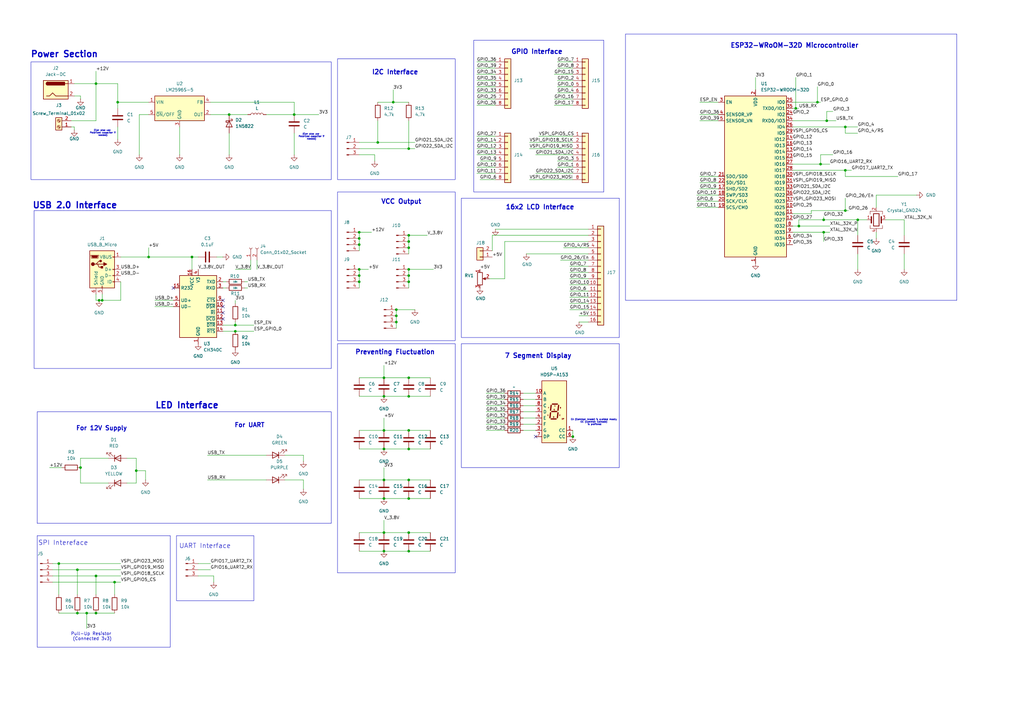
<source format=kicad_sch>
(kicad_sch (version 20250114) (generator "eeschema") (generator_version "9.0")
  (paper "A3")
  (rectangle (start 194.31 16.51) (end 247.65 78.74))
  (rectangle (start 138.43 24.13) (end 186.69 73.66))
  (rectangle (start 138.43 78.74) (end 186.69 139.7))
  (rectangle (start 12.7 25.4) (end 135.89 73.66))
  (rectangle (start 138.43 140.97) (end 186.69 234.95))
  (rectangle (start 189.23 140.97) (end 254 191.77))
  (rectangle (start 15.24 168.91) (end 135.89 214.63))
  (rectangle (start 189.23 81.28) (end 254 138.43))
  (rectangle (start 13.97 86.36) (end 135.89 151.13))
  (rectangle (start 256.54 13.97) (end 392.43 123.19))
  (rectangle (start 15.24 219.71) (end 69.85 265.43))
  (rectangle (start 72.39 219.71) (end 104.14 246.38))
  (text "CA (Common Anode) is avoided mostly \nCC (Common Cathode) \nis preffered" (at 243.84 173.228 0) (effects (font (size 0.635 0.635))))
  (text "GPIO Interface" (at 220.218 21.336 0) (effects (font (size 1.905 1.905) (thickness 0.381) (bold yes))))
  (text "VCC Output" (at 164.592 82.804 0) (effects (font (size 1.905 1.905) (thickness 0.381) (bold yes))))
  (text "For 12V Supply" (at 41.656 175.768 0) (effects (font (size 1.778 1.778) (thickness 0.3556) (bold yes))))
  (text "For UART" (at 102.362 174.498 0) (effects (font (size 1.778 1.778) (thickness 0.3556) (bold yes))))
  (text "(Can also use \nPolarized capacitor if\nneeded)" (at 42.164 54.61 0) (effects (font (size 0.635 0.635))))
  (text "I2C Interface" (at 162.052 29.718 0) (effects (font (size 1.905 1.905) (thickness 0.381) (bold yes))))
  (text "16x2 LCD Interface" (at 221.488 85.09 0) (effects (font (size 1.905 1.905) (thickness 0.381) (bold yes))))
  (text "(Can also use \nPolarized capacitor if\nneeded)" (at 127.762 56.134 0) (effects (font (size 0.635 0.635))))
  (text "SPI Intereface" (at 25.908 222.758 0) (effects (font (size 1.905 1.905))))
  (text "7 Segment Display" (at 220.726 146.05 0) (effects (font (size 1.905 1.905) (thickness 0.381) (bold yes))))
  (text "Preventing Fluctuation" (at 162.052 144.526 0) (effects (font (size 1.905 1.905) (thickness 0.381) (bold yes))))
  (text "Pull-Up Resistor \n(Connected 3v3)" (at 37.846 261.112 0) (effects (font (size 1.27 1.27))))
  (text "Power Section" (at 26.416 22.352 0) (effects (font (size 2.54 2.54) (thickness 0.508) (bold yes))))
  (text "USB 2.0 Interface" (at 30.734 84.328 0) (effects (font (size 2.54 2.54) (thickness 0.508) (bold yes))))
  (text "LED Interface" (at 76.708 166.37 0) (effects (font (size 2.54 2.54) (thickness 0.508) (bold yes))))
  (text "UART Interface" (at 84.074 224.028 0) (effects (font (size 1.905 1.905))))
  (text "ESP32-WRoOM-32D Microcontroller" (at 325.882 18.796 0) (effects (font (size 1.905 1.905) (thickness 0.381) (bold yes))))
  (junction (at 96.52 135.89))
  (junction (at 346.71 86.36))
  (junction (at 40.64 123.19))
  (junction (at 351.79 90.17))
  (junction (at 337.82 90.17))
  (junction (at 147.32 113.03))
  (junction (at 167.64 113.03))
  (junction (at 157.48 154.94))
  (junction (at 147.32 100.33))
  (junction (at 346.71 52.07))
  (junction (at 167.64 176.53))
  (junction (at 39.37 34.29))
  (junction (at 157.48 196.85))
  (junction (at 162.56 127))
  (junction (at 33.02 191.77))
  (junction (at 162.56 129.54))
  (junction (at 167.64 99.06))
  (junction (at 147.32 115.57))
  (junction (at 147.32 110.49))
  (junction (at 167.64 218.44))
  (junction (at 167.64 110.49))
  (junction (at 162.56 132.08))
  (junction (at 336.55 67.31))
  (junction (at 167.64 101.6))
  (junction (at 147.32 97.79))
  (junction (at 96.52 133.35))
  (junction (at 167.64 184.15))
  (junction (at 167.64 60.96))
  (junction (at 157.48 204.47))
  (junction (at 337.82 95.25))
  (junction (at 39.37 236.22))
  (junction (at 24.13 231.14))
  (junction (at 157.48 176.53))
  (junction (at 167.64 196.85))
  (junction (at 167.64 115.57))
  (junction (at 167.64 226.06))
  (junction (at 157.48 218.44))
  (junction (at 335.28 41.91))
  (junction (at 234.95 179.07))
  (junction (at 93.98 46.99))
  (junction (at 31.75 251.46))
  (junction (at 41.91 123.19))
  (junction (at 339.09 49.53))
  (junction (at 326.39 44.45))
  (junction (at 46.99 238.76))
  (junction (at 161.29 41.91))
  (junction (at 31.75 233.68))
  (junction (at 78.74 105.41))
  (junction (at 120.65 46.99))
  (junction (at 154.94 58.42))
  (junction (at 167.64 154.94))
  (junction (at 346.71 69.85))
  (junction (at 60.96 105.41))
  (junction (at 55.88 193.04))
  (junction (at 35.56 251.46))
  (junction (at 327.66 92.71))
  (junction (at 39.37 251.46))
  (junction (at 157.48 226.06))
  (junction (at 157.48 184.15))
  (junction (at 147.32 95.25))
  (junction (at 167.64 204.47))
  (junction (at 167.64 162.56))
  (junction (at 48.26 41.91))
  (junction (at 167.64 96.52))
  (junction (at 157.48 162.56))
  (no_connect (at 219.71 179.07))
  (no_connect (at 91.44 125.73))
  (no_connect (at 91.44 130.81))
  (no_connect (at 91.44 123.19))
  (no_connect (at 71.12 118.11))
  (no_connect (at 91.44 128.27))
  (wire (pts (xy 229.87 106.68) (xy 241.3 106.68)))
  (wire (pts (xy 214.63 171.45) (xy 219.71 171.45)))
  (wire (pts (xy 170.18 60.96) (xy 167.64 60.96)))
  (wire (pts (xy 24.13 231.14) (xy 24.13 243.84)))
  (wire (pts (xy 220.98 55.88) (xy 234.95 55.88)))
  (wire (pts (xy 105.41 110.49) (xy 105.41 106.68)))
  (wire (pts (xy 147.32 113.03) (xy 147.32 115.57)))
  (wire (pts (xy 86.36 41.91) (xy 120.65 41.91)))
  (wire (pts (xy 102.87 110.49) (xy 102.87 106.68)))
  (wire (pts (xy 167.64 60.96) (xy 147.32 60.96)))
  (wire (pts (xy 33.02 191.77) (xy 33.02 198.12)))
  (wire (pts (xy 167.64 96.52) (xy 175.26 96.52)))
  (wire (pts (xy 339.09 49.53) (xy 325.12 49.53)))
  (wire (pts (xy 326.39 31.75) (xy 326.39 44.45)))
  (wire (pts (xy 337.82 95.25) (xy 337.82 99.06)))
  (wire (pts (xy 355.6 90.17) (xy 351.79 90.17)))
  (wire (pts (xy 162.56 129.54) (xy 162.56 132.08)))
  (wire (pts (xy 31.75 233.68) (xy 49.53 233.68)))
  (wire (pts (xy 346.71 72.39) (xy 368.3 72.39)))
  (wire (pts (xy 147.32 110.49) (xy 151.13 110.49)))
  (wire (pts (xy 287.02 49.53) (xy 294.64 49.53)))
  (wire (pts (xy 20.32 191.77) (xy 25.4 191.77)))
  (wire (pts (xy 147.32 63.5) (xy 153.67 63.5)))
  (wire (pts (xy 336.55 67.31) (xy 325.12 67.31)))
  (wire (pts (xy 30.48 39.37) (xy 33.02 39.37)))
  (wire (pts (xy 116.84 196.85) (xy 124.46 196.85)))
  (wire (pts (xy 219.71 63.5) (xy 234.95 63.5)))
  (wire (pts (xy 147.32 184.15) (xy 157.48 184.15)))
  (wire (pts (xy 215.9 104.14) (xy 241.3 104.14)))
  (wire (pts (xy 195.58 58.42) (xy 203.2 58.42)))
  (wire (pts (xy 55.88 198.12) (xy 52.07 198.12)))
  (wire (pts (xy 48.26 41.91) (xy 60.96 41.91)))
  (wire (pts (xy 24.13 251.46) (xy 31.75 251.46)))
  (wire (pts (xy 309.88 31.75) (xy 309.88 36.83)))
  (wire (pts (xy 59.69 193.04) (xy 59.69 196.85)))
  (wire (pts (xy 46.99 238.76) (xy 46.99 243.84)))
  (wire (pts (xy 116.84 186.69) (xy 124.46 186.69)))
  (wire (pts (xy 96.52 135.89) (xy 91.44 135.89)))
  (wire (pts (xy 161.29 41.91) (xy 167.64 41.91)))
  (wire (pts (xy 60.96 101.6) (xy 60.96 105.41)))
  (wire (pts (xy 214.63 163.83) (xy 219.71 163.83)))
  (wire (pts (xy 228.6 35.56) (xy 234.95 35.56)))
  (wire (pts (xy 154.94 49.53) (xy 154.94 58.42)))
  (wire (pts (xy 147.32 218.44) (xy 157.48 218.44)))
  (wire (pts (xy 157.48 176.53) (xy 167.64 176.53)))
  (wire (pts (xy 100.33 115.57) (xy 101.6 115.57)))
  (wire (pts (xy 199.39 161.29) (xy 207.01 161.29)))
  (wire (pts (xy 157.48 154.94) (xy 167.64 154.94)))
  (wire (pts (xy 48.26 44.45) (xy 48.26 41.91)))
  (wire (pts (xy 162.56 132.08) (xy 162.56 134.62)))
  (wire (pts (xy 351.79 90.17) (xy 351.79 96.52)))
  (wire (pts (xy 46.99 238.76) (xy 49.53 238.76)))
  (wire (pts (xy 154.94 58.42) (xy 147.32 58.42)))
  (wire (pts (xy 207.01 99.06) (xy 241.3 99.06)))
  (wire (pts (xy 93.98 54.61) (xy 93.98 63.5)))
  (wire (pts (xy 29.21 49.53) (xy 39.37 49.53)))
  (wire (pts (xy 21.59 233.68) (xy 31.75 233.68)))
  (wire (pts (xy 351.79 104.14) (xy 351.79 110.49)))
  (wire (pts (xy 33.02 198.12) (xy 44.45 198.12)))
  (wire (pts (xy 167.64 218.44) (xy 176.53 218.44)))
  (wire (pts (xy 346.71 86.36) (xy 332.74 86.36)))
  (wire (pts (xy 21.59 231.14) (xy 24.13 231.14)))
  (wire (pts (xy 96.52 110.49) (xy 102.87 110.49)))
  (wire (pts (xy 29.21 52.07) (xy 30.48 52.07)))
  (wire (pts (xy 55.88 193.04) (xy 59.69 193.04)))
  (wire (pts (xy 157.48 196.85) (xy 167.64 196.85)))
  (wire (pts (xy 147.32 95.25) (xy 152.4 95.25)))
  (wire (pts (xy 21.59 236.22) (xy 39.37 236.22)))
  (wire (pts (xy 147.32 226.06) (xy 157.48 226.06)))
  (wire (pts (xy 124.46 186.69) (xy 124.46 189.23)))
  (wire (pts (xy 196.85 73.66) (xy 203.2 73.66)))
  (wire (pts (xy 87.63 236.22) (xy 87.63 238.76)))
  (wire (pts (xy 147.32 97.79) (xy 147.32 100.33)))
  (wire (pts (xy 241.3 93.98) (xy 203.2 93.98)))
  (wire (pts (xy 217.17 73.66) (xy 234.95 73.66)))
  (wire (pts (xy 33.02 39.37) (xy 33.02 40.64)))
  (wire (pts (xy 21.59 238.76) (xy 46.99 238.76)))
  (wire (pts (xy 147.32 204.47) (xy 157.48 204.47)))
  (wire (pts (xy 167.64 196.85) (xy 176.53 196.85)))
  (wire (pts (xy 214.63 166.37) (xy 219.71 166.37)))
  (wire (pts (xy 227.33 30.48) (xy 234.95 30.48)))
  (wire (pts (xy 346.71 69.85) (xy 346.71 72.39)))
  (wire (pts (xy 195.58 25.4) (xy 203.2 25.4)))
  (wire (pts (xy 81.28 105.41) (xy 78.74 105.41)))
  (wire (pts (xy 30.48 52.07) (xy 30.48 53.34)))
  (wire (pts (xy 201.93 96.52) (xy 241.3 96.52)))
  (wire (pts (xy 199.39 163.83) (xy 207.01 163.83)))
  (wire (pts (xy 237.49 129.54) (xy 241.3 129.54)))
  (wire (pts (xy 24.13 231.14) (xy 49.53 231.14)))
  (wire (pts (xy 347.98 86.36) (xy 346.71 86.36)))
  (wire (pts (xy 228.6 68.58) (xy 234.95 68.58)))
  (wire (pts (xy 88.9 105.41) (xy 91.44 105.41)))
  (wire (pts (xy 157.48 149.86) (xy 157.48 154.94)))
  (wire (pts (xy 351.79 52.07) (xy 346.71 52.07)))
  (wire (pts (xy 147.32 115.57) (xy 147.32 118.11)))
  (wire (pts (xy 195.58 43.18) (xy 203.2 43.18)))
  (wire (pts (xy 339.09 49.53) (xy 339.09 45.72)))
  (wire (pts (xy 161.29 36.83) (xy 161.29 41.91)))
  (wire (pts (xy 104.14 135.89) (xy 96.52 135.89)))
  (wire (pts (xy 336.55 67.31) (xy 336.55 63.5)))
  (wire (pts (xy 104.14 133.35) (xy 96.52 133.35)))
  (wire (pts (xy 52.07 187.96) (xy 55.88 187.96)))
  (wire (pts (xy 359.41 80.01) (xy 375.92 80.01)))
  (wire (pts (xy 370.84 104.14) (xy 370.84 110.49)))
  (wire (pts (xy 57.15 46.99) (xy 57.15 63.5)))
  (wire (pts (xy 147.32 110.49) (xy 147.32 113.03)))
  (wire (pts (xy 147.32 196.85) (xy 157.48 196.85)))
  (wire (pts (xy 147.32 162.56) (xy 157.48 162.56)))
  (wire (pts (xy 195.58 68.58) (xy 203.2 68.58)))
  (wire (pts (xy 337.82 88.9) (xy 337.82 90.17)))
  (wire (pts (xy 233.68 116.84) (xy 241.3 116.84)))
  (wire (pts (xy 39.37 120.65) (xy 39.37 123.19)))
  (wire (pts (xy 346.71 69.85) (xy 325.12 69.85)))
  (wire (pts (xy 285.75 80.01) (xy 294.64 80.01)))
  (wire (pts (xy 39.37 236.22) (xy 39.37 243.84)))
  (wire (pts (xy 287.02 41.91) (xy 294.64 41.91)))
  (wire (pts (xy 214.63 176.53) (xy 219.71 176.53)))
  (wire (pts (xy 157.48 204.47) (xy 167.64 204.47)))
  (wire (pts (xy 147.32 95.25) (xy 147.32 97.79)))
  (wire (pts (xy 339.09 45.72) (xy 341.63 45.72)))
  (wire (pts (xy 147.32 100.33) (xy 147.32 102.87)))
  (wire (pts (xy 167.64 113.03) (xy 167.64 115.57)))
  (wire (pts (xy 153.67 63.5) (xy 153.67 66.04)))
  (wire (pts (xy 167.64 49.53) (xy 167.64 60.96)))
  (wire (pts (xy 337.82 90.17) (xy 351.79 90.17)))
  (wire (pts (xy 228.6 38.1) (xy 234.95 38.1)))
  (wire (pts (xy 287.02 72.39) (xy 294.64 72.39)))
  (wire (pts (xy 228.6 25.4) (xy 234.95 25.4)))
  (wire (pts (xy 200.66 114.3) (xy 207.01 114.3)))
  (wire (pts (xy 162.56 127) (xy 162.56 129.54)))
  (wire (pts (xy 167.64 115.57) (xy 167.64 118.11)))
  (wire (pts (xy 30.48 34.29) (xy 39.37 34.29)))
  (wire (pts (xy 167.64 204.47) (xy 176.53 204.47)))
  (wire (pts (xy 85.09 196.85) (xy 109.22 196.85)))
  (wire (pts (xy 31.75 233.68) (xy 31.75 243.84)))
  (wire (pts (xy 199.39 171.45) (xy 207.01 171.45)))
  (wire (pts (xy 63.5 123.19) (xy 71.12 123.19)))
  (wire (pts (xy 195.58 38.1) (xy 203.2 38.1)))
  (wire (pts (xy 327.66 90.17) (xy 337.82 90.17)))
  (wire (pts (xy 157.48 191.77) (xy 157.48 196.85)))
  (wire (pts (xy 167.64 226.06) (xy 176.53 226.06)))
  (wire (pts (xy 195.58 30.48) (xy 203.2 30.48)))
  (wire (pts (xy 199.39 166.37) (xy 207.01 166.37)))
  (wire (pts (xy 96.52 123.19) (xy 96.52 124.46)))
  (wire (pts (xy 55.88 187.96) (xy 55.88 193.04)))
  (wire (pts (xy 157.48 171.45) (xy 157.48 176.53)))
  (wire (pts (xy 157.48 213.36) (xy 157.48 218.44)))
  (wire (pts (xy 335.28 41.91) (xy 335.28 35.56)))
  (wire (pts (xy 35.56 251.46) (xy 35.56 257.81)))
  (wire (pts (xy 96.52 133.35) (xy 91.44 133.35)))
  (wire (pts (xy 39.37 49.53) (xy 39.37 34.29)))
  (wire (pts (xy 201.93 102.87) (xy 201.93 96.52)))
  (wire (pts (xy 349.25 69.85) (xy 346.71 69.85)))
  (wire (pts (xy 340.36 67.31) (xy 336.55 67.31)))
  (wire (pts (xy 78.74 105.41) (xy 78.74 110.49)))
  (wire (pts (xy 346.71 52.07) (xy 346.71 54.61)))
  (wire (pts (xy 73.66 52.07) (xy 73.66 63.5)))
  (wire (pts (xy 217.17 58.42) (xy 234.95 58.42)))
  (wire (pts (xy 363.22 90.17) (xy 370.84 90.17)))
  (wire (pts (xy 63.5 125.73) (xy 71.12 125.73)))
  (wire (pts (xy 196.85 66.04) (xy 203.2 66.04)))
  (wire (pts (xy 233.68 109.22) (xy 241.3 109.22)))
  (wire (pts (xy 214.63 168.91) (xy 219.71 168.91)))
  (wire (pts (xy 162.56 127) (xy 170.18 127)))
  (wire (pts (xy 219.71 71.12) (xy 234.95 71.12)))
  (wire (pts (xy 228.6 27.94) (xy 234.95 27.94)))
  (wire (pts (xy 55.88 193.04) (xy 55.88 198.12)))
  (wire (pts (xy 157.48 162.56) (xy 167.64 162.56)))
  (wire (pts (xy 326.39 44.45) (xy 325.12 44.45)))
  (wire (pts (xy 285.75 82.55) (xy 294.64 82.55)))
  (wire (pts (xy 48.26 34.29) (xy 48.26 41.91)))
  (wire (pts (xy 167.64 99.06) (xy 167.64 101.6)))
  (wire (pts (xy 342.9 49.53) (xy 339.09 49.53)))
  (wire (pts (xy 199.39 168.91) (xy 207.01 168.91)))
  (wire (pts (xy 233.68 127) (xy 241.3 127)))
  (wire (pts (xy 167.64 96.52) (xy 167.64 99.06)))
  (wire (pts (xy 60.96 105.41) (xy 78.74 105.41)))
  (wire (pts (xy 285.75 85.09) (xy 294.64 85.09)))
  (wire (pts (xy 170.18 58.42) (xy 154.94 58.42)))
  (wire (pts (xy 157.48 184.15) (xy 167.64 184.15)))
  (wire (pts (xy 233.68 119.38) (xy 241.3 119.38)))
  (wire (pts (xy 157.48 226.06) (xy 167.64 226.06)))
  (wire (pts (xy 91.44 118.11) (xy 92.71 118.11)))
  (wire (pts (xy 167.64 101.6) (xy 167.64 104.14)))
  (wire (pts (xy 214.63 161.29) (xy 219.71 161.29)))
  (wire (pts (xy 195.58 33.02) (xy 203.2 33.02)))
  (wire (pts (xy 327.66 92.71) (xy 325.12 92.71)))
  (wire (pts (xy 49.53 105.41) (xy 60.96 105.41)))
  (wire (pts (xy 147.32 176.53) (xy 157.48 176.53)))
  (wire (pts (xy 287.02 77.47) (xy 294.64 77.47)))
  (wire (pts (xy 346.71 52.07) (xy 325.12 52.07)))
  (wire (pts (xy 370.84 90.17) (xy 370.84 96.52)))
  (wire (pts (xy 359.41 85.09) (xy 359.41 80.01)))
  (wire (pts (xy 39.37 236.22) (xy 49.53 236.22)))
  (wire (pts (xy 335.28 41.91) (xy 336.55 41.91)))
  (wire (pts (xy 325.12 41.91) (xy 335.28 41.91)))
  (wire (pts (xy 227.33 40.64) (xy 234.95 40.64)))
  (wire (pts (xy 86.36 46.99) (xy 93.98 46.99)))
  (wire (pts (xy 86.36 231.14) (xy 81.28 231.14)))
  (wire (pts (xy 217.17 60.96) (xy 234.95 60.96)))
  (wire (pts (xy 233.68 111.76) (xy 241.3 111.76)))
  (wire (pts (xy 233.68 124.46) (xy 241.3 124.46)))
  (wire (pts (xy 234.95 176.53) (xy 234.95 179.07)))
  (wire (pts (xy 359.41 95.25) (xy 359.41 97.79)))
  (wire (pts (xy 336.55 63.5) (xy 341.63 63.5)))
  (wire (pts (xy 147.32 154.94) (xy 157.48 154.94)))
  (wire (pts (xy 195.58 71.12) (xy 203.2 71.12)))
  (wire (pts (xy 109.22 46.99) (xy 120.65 46.99)))
  (wire (pts (xy 327.66 44.45) (xy 326.39 44.45)))
  (wire (pts (xy 39.37 29.21) (xy 39.37 34.29)))
  (wire (pts (xy 195.58 35.56) (xy 203.2 35.56)))
  (wire (pts (xy 39.37 251.46) (xy 46.99 251.46)))
  (wire (pts (xy 167.64 110.49) (xy 177.8 110.49)))
  (wire (pts (xy 233.68 121.92) (xy 241.3 121.92)))
  (wire (pts (xy 195.58 40.64) (xy 203.2 40.64)))
  (wire (pts (xy 237.49 132.08) (xy 241.3 132.08)))
  (wire (pts (xy 60.96 46.99) (xy 57.15 46.99)))
  (wire (pts (xy 91.44 115.57) (xy 92.71 115.57)))
  (wire (pts (xy 287.02 74.93) (xy 294.64 74.93)))
  (wire (pts (xy 157.48 218.44) (xy 167.64 218.44)))
  (wire (pts (xy 154.94 41.91) (xy 161.29 41.91)))
  (wire (pts (xy 31.75 251.46) (xy 35.56 251.46)))
  (wire (pts (xy 228.6 33.02) (xy 234.95 33.02)))
  (wire (pts (xy 332.74 86.36) (xy 332.74 87.63)))
  (wire (pts (xy 199.39 176.53) (xy 207.01 176.53)))
  (wire (pts (xy 120.65 54.61) (xy 120.65 63.5)))
  (wire (pts (xy 124.46 196.85) (xy 124.46 200.66)))
  (wire (pts (xy 199.39 173.99) (xy 207.01 173.99)))
  (wire (pts (xy 167.64 184.15) (xy 176.53 184.15)))
  (wire (pts (xy 337.82 95.25) (xy 325.12 95.25)))
  (wire (pts (xy 167.64 110.49) (xy 167.64 113.03)))
  (wire (pts (xy 346.71 81.28) (xy 346.71 86.36)))
  (wire (pts (xy 228.6 66.04) (xy 234.95 66.04)))
  (wire (pts (xy 195.58 55.88) (xy 203.2 55.88)))
  (wire (pts (xy 195.58 27.94) (xy 203.2 27.94)))
  (wire (pts (xy 48.26 52.07) (xy 48.26 57.15)))
  (wire (pts (xy 287.02 46.99) (xy 294.64 46.99)))
  (wire (pts (xy 233.68 114.3) (xy 241.3 114.3)))
  (wire (pts (xy 327.66 90.17) (xy 327.66 92.71)))
  (wire (pts (xy 33.02 187.96) (xy 44.45 187.96)))
  (wire (pts (xy 332.74 87.63) (xy 325.12 87.63)))
  (wire (pts (xy 81.28 236.22) (xy 87.63 236.22)))
  (wire (pts (xy 41.91 120.65) (xy 41.91 123.19)))
  (wire (pts (xy 100.33 118.11) (xy 101.6 118.11)))
  (wire (pts (xy 167.64 176.53) (xy 176.53 176.53)))
  (wire (pts (xy 214.63 173.99) (xy 219.71 173.99)))
  (wire (pts (xy 167.64 154.94) (xy 176.53 154.94)))
  (wire (pts (xy 231.14 101.6) (xy 241.3 101.6)))
  (wire (pts (xy 96.52 132.08) (xy 96.52 133.35)))
  (wire (pts (xy 207.01 114.3) (xy 207.01 99.06)))
  (wire (pts (xy 340.36 95.25) (xy 337.82 95.25)))
  (wire (pts (xy 39.37 123.19) (xy 40.64 123.19)))
  (wire (pts (xy 86.36 233.68) (xy 81.28 233.68)))
  (wire (pts (xy 85.09 186.69) (xy 109.22 186.69)))
  (wire (pts (xy 227.33 43.18) (xy 234.95 43.18)))
  (wire (pts (xy 167.64 162.56) (xy 176.53 162.56)))
  (wire (pts (xy 340.36 92.71) (xy 327.66 92.71)))
  (wire (pts (xy 35.56 251.46) (xy 39.37 251.46)))
  (wire (pts (xy 33.02 187.96) (xy 33.02 191.77)))
  (wire (pts (xy 130.81 46.99) (xy 120.65 46.99)))
  (wire (pts (xy 346.71 54.61) (xy 351.79 54.61)))
  (wire (pts (xy 120.65 41.91) (xy 120.65 46.99)))
  (wire (pts (xy 49.53 123.19) (xy 41.91 123.19)))
  (wire (pts (xy 195.58 63.5) (xy 203.2 63.5)))
  (wire (pts (xy 195.58 60.96) (xy 203.2 60.96)))
  (wire (pts (xy 41.91 123.19) (xy 40.64 123.19)))
  (wire (pts (xy 93.98 46.99) (xy 101.6 46.99)))
  (wire (pts (xy 49.53 115.57) (xy 49.53 123.19)))
  (wire (pts (xy 39.37 34.29) (xy 48.26 34.29)))
  (label "VSPI_GPIO19_MISO" (at 325.12 74.93 0))
  (label "GPIO16_UART2_RX" (at 86.36 233.68 0))
  (label "GPIO_15" (at 227.33 30.48 0))
  (label "VSPI_GPIO19_MISO" (at 49.53 233.68 0))
  (label "GPIO_27" (at 325.12 90.17 0))
  (label "GPIO_13" (at 325.12 59.69 0))
  (label "3V3" (at 130.81 46.99 0))
  (label "GPIO_36" (at 287.02 46.99 0))
  (label "USB_D+" (at 49.53 110.49 0))
  (label "+5V" (at 201.93 105.41 0))
  (label "GPIO_16" (at 341.63 63.5 0))
  (label "ESP_EN" (at 287.02 41.91 0))
  (label "GPIO17_UART2_TX" (at 86.36 231.14 0))
  (label "GPIO21_SDA_I2C" (at 219.71 63.5 0))
  (label "+5V" (at 157.48 171.45 0))
  (label "VSPI_GPIO23_MOSI" (at 325.12 82.55 0))
  (label "+12V" (at 39.37 29.21 0))
  (label "GPIO_34" (at 325.12 97.79 0))
  (label "GPIO_17" (at 227.33 43.18 0))
  (label "GPIO_33" (at 337.82 99.06 0))
  (label "GPIO_14" (at 233.68 124.46 0))
  (label "GPIO_0" (at 228.6 35.56 0))
  (label "3V3" (at 177.8 110.49 0))
  (label "GPIO21_SDA_I2C" (at 325.12 77.47 0))
  (label "3V3" (at 96.52 123.19 0))
  (label "GPIO_25" (at 199.39 176.53 0))
  (label "GPIO_9" (at 287.02 77.47 0))
  (label "GPIO_32" (at 195.58 35.56 0))
  (label "V_3.8V_OUT" (at 81.28 110.49 0))
  (label "+5V" (at 237.49 129.54 0))
  (label "+5V" (at 60.96 101.6 0))
  (label "USB_TX" (at 342.9 49.53 0))
  (label "GPIO17_UART2_TX" (at 349.25 69.85 0))
  (label "GPIO_9" (at 233.68 114.3 0))
  (label "GPIO_1" (at 326.39 31.75 0))
  (label "GPIO_16" (at 227.33 40.64 0))
  (label "VSPI_GPIO19_MISO" (at 217.17 60.96 0))
  (label "GPIO_34" (at 195.58 30.48 0))
  (label "VSPI_GPIO5_CS" (at 325.12 54.61 0))
  (label "GPIO_4{slash}RS" (at 231.14 101.6 0))
  (label "VSPI_GPIO18_SCLK" (at 325.12 72.39 0))
  (label "USB_RX" (at 85.09 196.85 0))
  (label "V_3.8V" (at 157.48 213.36 0))
  (label "VSPI_GPIO18_SCLK" (at 217.17 58.42 0))
  (label "V_3.8V" (at 175.26 96.52 0))
  (label "GPIO_15" (at 325.12 64.77 0))
  (label "USB_D+" (at 63.5 123.19 0))
  (label "GPIO_7" (at 287.02 72.39 0))
  (label "GPIO_4" (at 228.6 38.1 0))
  (label "+5V" (at 196.85 110.49 0))
  (label "V_3.8V_OUT" (at 105.41 110.49 0))
  (label "GPIO_12" (at 195.58 60.96 0))
  (label "GPIO_36" (at 195.58 25.4 0))
  (label "USB_D-" (at 63.5 125.73 0))
  (label "GPIO_25" (at 195.58 40.64 0))
  (label "GPIO_6" (at 233.68 119.38 0))
  (label "XTAL_32K_N" (at 370.84 90.17 0))
  (label "3V3" (at 309.88 31.75 0))
  (label "GPIO16_UART2_RX" (at 340.36 67.31 0))
  (label "GPIO_4" (at 351.79 52.07 0))
  (label "GPIO_7" (at 233.68 109.22 0))
  (label "VSPI_GPIO18_SCLK" (at 49.53 236.22 0))
  (label "GPIO_39" (at 287.02 49.53 0))
  (label "ESP_GPIO_0" (at 336.55 41.91 0))
  (label "GPIO_17" (at 368.3 72.39 0))
  (label "GPIO_3" (at 341.63 45.72 0))
  (label "GPIO_36" (at 199.39 161.29 0))
  (label "GPIO_32" (at 199.39 171.45 0))
  (label "GPIO_39" (at 195.58 27.94 0))
  (label "USB_TX" (at 85.09 186.69 0))
  (label "+12V" (at 157.48 149.86 0))
  (label "V_3.8V" (at 96.52 110.49 0))
  (label "GPIO_8" (at 228.6 27.94 0))
  (label "GPIO_32" (at 337.82 88.9 0))
  (label "GPIO_35" (at 325.12 100.33 0))
  (label "GPIO_26{slash}En" (at 346.71 81.28 0))
  (label "GPIO_26" (at 347.98 86.36 0))
  (label "GPIO22_SDA_I2C" (at 325.12 80.01 0))
  (label "GPIO21_SDA_I2C" (at 170.18 58.42 0))
  (label "GPIO_27" (at 195.58 55.88 0))
  (label "XTAL_32K_N" (at 340.36 95.25 0))
  (label "GPIO_9" (at 196.85 66.04 0))
  (label "+12V" (at 20.32 191.77 0))
  (label "GPIO_6" (at 196.85 73.66 0))
  (label "GPIO_33" (at 199.39 173.99 0))
  (label "GPIO_11" (at 233.68 121.92 0))
  (label "GPIO_4{slash}RS" (at 351.79 54.61 0))
  (label "GPIO_11" (at 195.58 71.12 0))
  (label "GPIO_39" (at 199.39 163.83 0))
  (label "GPIO_10" (at 233.68 116.84 0))
  (label "GPIO_2" (at 325.12 46.99 0))
  (label "GPIO_6" (at 285.75 82.55 0))
  (label "VSPI_GPIO23_MOSI" (at 49.53 231.14 0))
  (label "GPIO_33" (at 195.58 38.1 0))
  (label "GPIO_25" (at 325.12 85.09 0))
  (label "GPIO_14" (at 195.58 58.42 0))
  (label "GPIO_26" (at 195.58 43.18 0))
  (label "GPIO_3" (at 228.6 66.04 0))
  (label "GPIO_14" (at 325.12 62.23 0))
  (label "GPIO_2" (at 228.6 33.02 0))
  (label "VSPI_GPIO5_CS" (at 49.53 238.76 0))
  (label "GPIO_34" (at 199.39 166.37 0))
  (label "+12V" (at 152.4 95.25 0))
  (label "+5V" (at 151.13 110.49 0))
  (label "GPIO_35" (at 199.39 168.91 0))
  (label "GPIO_8" (at 287.02 74.93 0))
  (label "GPIO_11" (at 285.75 85.09 0))
  (label "ESP_EN" (at 104.14 133.35 0))
  (label "GPIO_7" (at 228.6 25.4 0))
  (label "VSPI_GPIO23_MOSI" (at 217.17 73.66 0))
  (label "GPIO_8" (at 233.68 111.76 0))
  (label "GPIO_10" (at 285.75 80.01 0))
  (label "3V3" (at 35.56 257.81 0))
  (label "GPIO_1" (at 228.6 68.58 0))
  (label "USB_RX" (at 327.66 44.45 0))
  (label "GPIO22_SDA_I2C" (at 170.18 60.96 0))
  (label "USB_RX" (at 101.6 118.11 0))
  (label "ESP_GPIO_0" (at 104.14 135.89 0))
  (label "GPIO_12" (at 325.12 57.15 0))
  (label "VSPI_GPIO5_CS" (at 220.98 55.88 0))
  (label "GPIO_15" (at 233.68 127 0))
  (label "USB_TX" (at 101.6 115.57 0))
  (label "3V3" (at 157.48 191.77 0))
  (label "USB_D-" (at 49.53 113.03 0))
  (label "GPIO_0" (at 335.28 35.56 0))
  (label "3V3" (at 161.29 36.83 0))
  (label "XTAL_32K_P" (at 340.36 92.71 0))
  (label "GPIO_13" (at 195.58 63.5 0))
  (label "GPIO_35" (at 195.58 33.02 0))
  (label "GPIO_26{slash}En" (at 229.87 106.68 0))
  (label "GPIO22_SDA_I2C" (at 219.71 71.12 0))
  (label "GPIO_10" (at 195.58 68.58 0))
  (symbol (lib_id "power:GND") (at 157.48 162.56 0) (unit 1)
    (property "Reference" "#PWR023" (effects (hide yes)))
    (property "Value" "GND" (at 157.48 167.64 0))
    (property "Description" "Power symbol creates a global label with name \"GND\" , ground" (effects (hide yes)))
  )
  (symbol (lib_id "Device:R") (at 96.52 115.57 90) (unit 1)
    (property "Reference" "R10" (at 96.266 113.284 90))
    (property "Value" "10k" (at 96.52 115.57 90) (effects (font (size 0.635 0.635))))
    (property "Footprint" "Resistor_SMD:R_0805_2012Metric" (effects (hide yes)))
    (property "Description" "Resistor" (effects (hide yes)))
  )
  (symbol (lib_id "power:GND") (at 215.9 104.14 0) (unit 1)
    (property "Reference" "#PWR029" (effects (hide yes)))
    (property "Value" "GND" (at 216.154 108.458 0))
    (property "Description" "Power symbol creates a global label with name \"GND\" , ground" (effects (hide yes)))
  )
  (symbol (lib_id "Device:C") (at 176.53 180.34 0) (unit 1)
    (property "Reference" "C13" (at 180.34 179.0699 0) (effects (justify left)))
    (property "Value" "C" (at 180.34 181.6099 0) (effects (justify left)))
    (property "Footprint" "Capacitor_SMD:C_0805_2012Metric" (effects (hide yes)))
    (property "Description" "Unpolarized capacitor" (effects (hide yes)))
  )
  (symbol (lib_id "Connector_Generic:Conn_01x08") (at 208.28 63.5 0) (unit 1)
    (property "Reference" "J14" (at 210.82 63.4999 0) (effects (justify left)))
    (property "Value" "Conn_01x08" (effects (hide yes)))
    (property "Footprint" "Connector_Molex:Molex_KK-254_AE-6410-08A_1x08_P2.54mm_Vertical" (effects (hide yes)))
    (property "Description" "Generic connector, single row, 01x08, script generated (kicad-library-utils/schlib/autogen/connector/)" (effects (hide yes)))
  )
  (symbol (lib_id "Connector_Generic:Conn_01x08") (at 208.28 33.02 0) (unit 1)
    (property "Reference" "J13" (at 210.82 33.0199 0) (effects (justify left)))
    (property "Value" "Conn_01x08" (effects (hide yes)))
    (property "Footprint" "Connector_Molex:Molex_KK-254_AE-6410-08A_1x08_P2.54mm_Vertical" (effects (hide yes)))
    (property "Description" "Generic connector, single row, 01x08, script generated (kicad-library-utils/schlib/autogen/connector/)" (effects (hide yes)))
  )
  (symbol (lib_id "power:GND") (at 153.67 66.04 0) (unit 1)
    (property "Reference" "#PWR021" (effects (hide yes)))
    (property "Value" "GND" (at 153.67 71.12 0))
    (property "Description" "Power symbol creates a global label with name \"GND\" , ground" (effects (hide yes)))
  )
  (symbol (lib_id "Device:R") (at 46.99 247.65 0) (unit 1)
    (property "Reference" "R9" (at 49.53 246.3799 0) (effects (justify left)))
    (property "Value" "10k" (at 49.53 248.9199 0) (effects (justify left)))
    (property "Footprint" "Resistor_SMD:R_0805_2012Metric" (effects (hide yes)))
    (property "Description" "Resistor" (effects (hide yes)))
  )
  (symbol (lib_id "power:GND") (at 309.88 107.95 0) (unit 1)
    (property "Reference" "#PWR019" (effects (hide yes)))
    (property "Value" "GND" (at 309.88 113.03 0))
    (property "Description" "Power symbol creates a global label with name \"GND\" , ground" (effects (hide yes)))
  )
  (symbol (lib_id "power:GND") (at 359.41 97.79 0) (unit 1)
    (property "Reference" "#PWR018" (effects (hide yes)))
    (property "Value" "GND" (at 359.41 102.87 0))
    (property "Description" "Power symbol creates a global label with name \"GND\" , ground" (effects (hide yes)))
  )
  (symbol (lib_id "Device:R") (at 96.52 139.7 0) (unit 1)
    (property "Reference" "R2" (at 99.06 138.4299 0) (effects (justify left)))
    (property "Value" "10k" (at 99.06 140.9699 0) (effects (justify left)))
    (property "Footprint" "Resistor_SMD:R_0805_2012Metric" (effects (hide yes)))
    (property "Description" "Resistor" (effects (hide yes)))
  )
  (symbol (lib_id "power:GND") (at 59.69 196.85 0) (unit 1)
    (property "Reference" "#PWR012" (effects (hide yes)))
    (property "Value" "GND" (at 59.69 201.93 0))
    (property "Description" "Power symbol creates a global label with name \"GND\" , ground" (effects (hide yes)))
  )
  (symbol (lib_id "Device:C") (at 48.26 48.26 0) (unit 1)
    (property "Reference" "C1" (at 52.07 46.9899 0) (effects (justify left)))
    (property "Value" "C" (at 52.07 49.5299 0) (effects (justify left)))
    (property "Footprint" "Capacitor_SMD:C_0805_2012Metric" (effects (hide yes)))
    (property "Description" "Unpolarized capacitor" (effects (hide yes)))
  )
  (symbol (lib_id "power:GND") (at 33.02 40.64 0) (unit 1)
    (property "Reference" "#PWR06" (effects (hide yes)))
    (property "Value" "GND" (at 33.02 44.196 0))
    (property "Description" "Power symbol creates a global label with name \"GND\" , ground" (effects (hide yes)))
  )
  (symbol (lib_id "Connector:USB_B_Micro") (at 41.91 110.49 0) (unit 1)
    (property "Reference" "J1" (at 41.91 97.79 0))
    (property "Value" "USB_B_Micro" (at 41.91 100.33 0))
    (property "Footprint" "Connector_USB:USB_Micro-AB_Molex_47590-0001" (effects (hide yes)))
    (property "Description" "USB Micro Type B connector" (effects (hide yes)))
  )
  (symbol (lib_id "Device:R") (at 210.82 168.91 90) (unit 1)
    (property "Reference" "R17" (at 210.82 168.91 90))
    (property "Value" "~" (at 210.82 166.37 90))
    (property "Footprint" "Resistor_SMD:R_0805_2012Metric" (effects (hide yes)))
    (property "Description" "Resistor" (effects (hide yes)))
  )
  (symbol (lib_id "Connector:Conn_01x03_Pin") (at 142.24 60.96 0) (unit 1)
    (property "Reference" "J7" (at 143.002 56.388 0))
    (property "Value" "Conn_01x03_Pin" (effects (hide yes)))
    (property "Footprint" "Connector:FanPinHeader_1x03_P2.54mm_Vertical" (effects (hide yes)))
    (property "Description" "Generic connector, single row, 01x03, script generated" (effects (hide yes)))
  )
  (symbol (lib_id "Device:R") (at 210.82 171.45 90) (unit 1)
    (property "Reference" "R18" (at 210.82 171.45 90))
    (property "Value" "~" (at 210.82 168.91 90))
    (property "Footprint" "Resistor_SMD:R_0805_2012Metric" (effects (hide yes)))
    (property "Description" "Resistor" (effects (hide yes)))
  )
  (symbol (lib_id "power:GND") (at 96.52 143.51 0) (unit 1)
    (property "Reference" "#PWR011" (effects (hide yes)))
    (property "Value" "GND" (at 96.52 148.59 0))
    (property "Description" "Power symbol creates a global label with name \"GND\" , ground" (effects (hide yes)))
  )
  (symbol (lib_id "power:GND") (at 40.64 123.19 0) (unit 1)
    (property "Reference" "#PWR09" (effects (hide yes)))
    (property "Value" "GND" (at 40.64 128.27 0))
    (property "Description" "Power symbol creates a global label with name \"GND\" , ground" (effects (hide yes)))
  )
  (symbol (lib_id "power:GND") (at 57.15 63.5 0) (unit 1)
    (property "Reference" "#PWR03" (effects (hide yes)))
    (property "Value" "GND" (at 57.15 68.58 0))
    (property "Description" "Power symbol creates a global label with name \"GND\" , ground" (effects (hide yes)))
  )
  (symbol (lib_id "power:GND") (at 375.92 80.01 90) (unit 1)
    (property "Reference" "#PWR015" (effects (hide yes)))
    (property "Value" "GND" (at 379.73 80.0099 90) (effects (justify right)))
    (property "Description" "Power symbol creates a global label with name \"GND\" , ground" (effects (hide yes)))
  )
  (symbol (lib_id "Device:C") (at 147.32 200.66 0) (unit 1)
    (property "Reference" "C14" (at 151.13 199.3899 0) (effects (justify left)))
    (property "Value" "C" (at 151.13 201.9299 0) (effects (justify left)))
    (property "Footprint" "Capacitor_SMD:C_0805_2012Metric" (effects (hide yes)))
    (property "Description" "Unpolarized capacitor" (effects (hide yes)))
  )
  (symbol (lib_id "Connector:Conn_01x04_Pin") (at 162.56 113.03 0) (unit 1)
    (property "Reference" "J11" (at 162.56 106.426 0))
    (property "Value" "Conn_01x04_Pin" (effects (hide yes)))
    (property "Footprint" "Connector:FanPinHeader_1x04_P2.54mm_Vertical" (effects (hide yes)))
    (property "Description" "Generic connector, single row, 01x04, script generated" (effects (hide yes)))
  )
  (symbol (lib_id "power:GND") (at 120.65 63.5 0) (unit 1)
    (property "Reference" "#PWR05" (effects (hide yes)))
    (property "Value" "GND" (at 120.65 68.58 0))
    (property "Description" "Power symbol creates a global label with name \"GND\" , ground" (effects (hide yes)))
  )
  (symbol (lib_id "Device:C") (at 147.32 180.34 0) (unit 1)
    (property "Reference" "C10" (at 151.13 179.0699 0) (effects (justify left)))
    (property "Value" "C" (at 151.13 181.6099 0) (effects (justify left)))
    (property "Footprint" "Capacitor_SMD:C_0805_2012Metric" (effects (hide yes)))
    (property "Description" "Unpolarized capacitor" (effects (hide yes)))
  )
  (symbol (lib_id "Device:R") (at 31.75 247.65 0) (unit 1)
    (property "Reference" "R7" (at 34.29 246.3799 0) (effects (justify left)))
    (property "Value" "10k" (at 34.29 248.9199 0) (effects (justify left)))
    (property "Footprint" "Resistor_SMD:R_0805_2012Metric" (effects (hide yes)))
    (property "Description" "Resistor" (effects (hide yes)))
  )
  (symbol (lib_id "Device:R_Potentiometer") (at 196.85 114.3 0) (unit 1)
    (property "Reference" "RV1" (at 194.31 113.0299 0) (effects (justify right)))
    (property "Value" "R_Potentiometer" (effects (hide yes)))
    (property "Footprint" "Potentiometer_THT:Potentiometer_Vishay_148-149_Single_Horizontal" (effects (hide yes)))
    (property "Description" "Potentiometer" (effects (hide yes)))
  )
  (symbol (lib_id "Regulator_Switching:LM2596S-5") (at 73.66 44.45 0) (unit 1)
    (property "Reference" "U2" (at 73.66 34.29 0))
    (property "Value" "LM2596S-5" (at 73.66 36.83 0))
    (property "Footprint" "Package_TO_SOT_SMD:TO-263-5_TabPin3" (effects (hide yes)))
    (property "Datasheet" "http://www.ti.com/lit/ds/symlink/lm2596.pdf" (effects (hide yes)))
    (property "Description" "5V 3A Step-Down Voltage Regulator, TO-263" (effects (hide yes)))
  )
  (symbol (lib_id "Device:C") (at 167.64 222.25 0) (unit 1)
    (property "Reference" "C20" (at 171.45 220.9799 0) (effects (justify left)))
    (property "Value" "C" (at 171.45 223.5199 0) (effects (justify left)))
    (property "Footprint" "Capacitor_SMD:C_0805_2012Metric" (effects (hide yes)))
    (property "Description" "Unpolarized capacitor" (effects (hide yes)))
  )
  (symbol (lib_id "power:GND") (at 91.44 105.41 90) (unit 1)
    (property "Reference" "#PWR08" (effects (hide yes)))
    (property "Value" "GND" (at 95.25 105.4099 90) (effects (justify right)))
    (property "Description" "Power symbol creates a global label with name \"GND\" , ground" (effects (hide yes)))
  )
  (symbol (lib_id "Device:R") (at 24.13 247.65 0) (unit 1)
    (property "Reference" "R6" (at 26.67 246.3799 0) (effects (justify left)))
    (property "Value" "10k" (at 26.67 248.9199 0) (effects (justify left)))
    (property "Footprint" "Resistor_SMD:R_0805_2012Metric" (effects (hide yes)))
    (property "Description" "Resistor" (effects (hide yes)))
  )
  (symbol (lib_id "power:GND") (at 170.18 127 0) (unit 1)
    (property "Reference" "#PWR022" (effects (hide yes)))
    (property "Value" "GND" (at 170.18 132.08 0))
    (property "Description" "Power symbol creates a global label with name \"GND\" , ground" (effects (hide yes)))
  )
  (symbol (lib_id "Device:Crystal_GND24") (at 359.41 90.17 0) (unit 1)
    (property "Reference" "Y1" (at 370.84 83.7498 0))
    (property "Value" "Crystal_GND24" (at 370.84 86.2898 0))
    (property "Footprint" "Crystal:Crystal_SMD_0603-2Pin_6.0x3.5mm" (effects (hide yes)))
    (property "Description" "Four pin crystal, GND on pins 2 and 4" (effects (hide yes)))
  )
  (symbol (lib_id "Device:R") (at 96.52 118.11 90) (unit 1)
    (property "Reference" "R11" (at 96.52 120.396 90))
    (property "Value" "10k" (at 96.52 118.11 90) (effects (font (size 0.635 0.635))))
    (property "Footprint" "Resistor_SMD:R_0805_2012Metric" (effects (hide yes)))
    (property "Description" "Resistor" (effects (hide yes)))
  )
  (symbol (lib_id "Device:C") (at 85.09 105.41 90) (unit 1)
    (property "Reference" "C3" (at 85.09 97.79 90))
    (property "Value" "0.1uF" (at 85.09 100.33 90))
    (property "Footprint" "Capacitor_SMD:C_0805_2012Metric" (effects (hide yes)))
    (property "Description" "Unpolarized capacitor" (effects (hide yes)))
  )
  (symbol (lib_id "power:GND") (at 81.28 140.97 0) (unit 1)
    (property "Reference" "#PWR010" (effects (hide yes)))
    (property "Value" "GND" (at 81.28 146.05 0))
    (property "Description" "Power symbol creates a global label with name \"GND\" , ground" (effects (hide yes)))
  )
  (symbol (lib_id "Device:R") (at 29.21 191.77 90) (unit 1)
    (property "Reference" "R3" (at 29.21 185.42 90))
    (property "Value" "10k" (at 29.21 187.96 90))
    (property "Footprint" "Resistor_SMD:R_0805_2012Metric" (effects (hide yes)))
    (property "Description" "Resistor" (effects (hide yes)))
  )
  (symbol (lib_id "Connector_Generic:Conn_01x08") (at 240.03 63.5 0) (unit 1)
    (property "Reference" "J16" (at 242.57 63.4999 0) (effects (justify left)))
    (property "Value" "Conn_01x08" (effects (hide yes)))
    (property "Footprint" "Connector_Molex:Molex_KK-254_AE-6410-08A_1x08_P2.54mm_Vertical" (effects (hide yes)))
    (property "Description" "Generic connector, single row, 01x08, script generated (kicad-library-utils/schlib/autogen/connector/)" (effects (hide yes)))
  )
  (symbol (lib_id "Device:C") (at 167.64 180.34 0) (unit 1)
    (property "Reference" "C12" (at 171.45 179.0699 0) (effects (justify left)))
    (property "Value" "C" (at 171.45 181.6099 0) (effects (justify left)))
    (property "Footprint" "Capacitor_SMD:C_0805_2012Metric" (effects (hide yes)))
    (property "Description" "Unpolarized capacitor" (effects (hide yes)))
  )
  (symbol (lib_id "Device:LED") (at 48.26 187.96 0) (mirror x) (unit 1)
    (property "Reference" "D1" (at 46.6725 180.34 0))
    (property "Value" "RED" (at 46.6725 182.88 0))
    (property "Footprint" "LED_SMD:LED_0805_2012Metric" (effects (hide yes)))
    (property "Description" "Light emitting diode" (effects (hide yes)))
  )
  (symbol (lib_id "Connector:Conn_01x04_Pin") (at 142.24 113.03 0) (unit 1)
    (property "Reference" "J9" (at 142.24 106.426 0))
    (property "Value" "Conn_01x04_Pin" (effects (hide yes)))
    (property "Footprint" "Connector:FanPinHeader_1x04_P2.54mm_Vertical" (effects (hide yes)))
    (property "Description" "Generic connector, single row, 01x04, script generated" (effects (hide yes)))
  )
  (symbol (lib_id "power:GND") (at 157.48 184.15 0) (unit 1)
    (property "Reference" "#PWR024" (effects (hide yes)))
    (property "Value" "GND" (at 157.48 189.23 0))
    (property "Description" "Power symbol creates a global label with name \"GND\" , ground" (effects (hide yes)))
  )
  (symbol (lib_id "Device:C") (at 167.64 200.66 0) (unit 1)
    (property "Reference" "C16" (at 171.45 199.3899 0) (effects (justify left)))
    (property "Value" "C" (at 171.45 201.9299 0) (effects (justify left)))
    (property "Footprint" "Capacitor_SMD:C_0805_2012Metric" (effects (hide yes)))
    (property "Description" "Unpolarized capacitor" (effects (hide yes)))
  )
  (symbol (lib_id "power:GND") (at 124.46 189.23 0) (unit 1)
    (property "Reference" "#PWR013" (effects (hide yes)))
    (property "Value" "GND" (at 124.46 194.31 0))
    (property "Description" "Power symbol creates a global label with name \"GND\" , ground" (effects (hide yes)))
  )
  (symbol (lib_id "Device:LED") (at 48.26 198.12 0) (unit 1)
    (property "Reference" "D3" (at 46.6725 191.77 0))
    (property "Value" "YELLOW" (at 46.6725 194.31 0))
    (property "Footprint" "LED_SMD:LED_0805_2012Metric" (effects (hide yes)))
    (property "Description" "Light emitting diode" (effects (hide yes)))
  )
  (symbol (lib_id "Device:C") (at 157.48 200.66 0) (unit 1)
    (property "Reference" "C15" (at 161.29 199.3899 0) (effects (justify left)))
    (property "Value" "C" (at 161.29 201.9299 0) (effects (justify left)))
    (property "Footprint" "Capacitor_SMD:C_0805_2012Metric" (effects (hide yes)))
    (property "Description" "Unpolarized capacitor" (effects (hide yes)))
  )
  (symbol (lib_id "Connector:Conn_01x04_Pin") (at 157.48 129.54 0) (unit 1)
    (property "Reference" "J12" (at 157.48 122.936 0))
    (property "Value" "Conn_01x04_Pin" (effects (hide yes)))
    (property "Footprint" "Connector:FanPinHeader_1x04_P2.54mm_Vertical" (effects (hide yes)))
    (property "Description" "Generic connector, single row, 01x04, script generated" (effects (hide yes)))
  )
  (symbol (lib_id "Device:R") (at 167.64 45.72 180) (unit 1)
    (property "Reference" "R13" (at 170.18 44.4499 0) (effects (justify right)))
    (property "Value" "4.7k" (at 170.18 46.9899 0) (effects (justify right)))
    (property "Footprint" "Resistor_SMD:R_0805_2012Metric" (effects (hide yes)))
    (property "Description" "Resistor" (effects (hide yes)))
  )
  (symbol (lib_id "Device:R") (at 39.37 247.65 0) (unit 1)
    (property "Reference" "R8" (at 41.91 246.3799 0) (effects (justify left)))
    (property "Value" "10k" (at 41.91 248.9199 0) (effects (justify left)))
    (property "Footprint" "Resistor_SMD:R_0805_2012Metric" (effects (hide yes)))
    (property "Description" "Resistor" (effects (hide yes)))
  )
  (symbol (lib_id "Interface_USB:CH340C") (at 81.28 125.73 0) (unit 1)
    (property "Reference" "U3" (at 83.4741 140.97 0) (effects (justify left)))
    (property "Value" "CH340C" (at 83.4741 143.51 0) (effects (justify left)))
    (property "Footprint" "Package_SO:SOIC-16_3.9x9.9mm_P1.27mm" (effects (hide yes)))
    (property "Datasheet" "https://datasheet.lcsc.com/szlcsc/Jiangsu-Qin-Heng-CH340C_C84681.pdf" (effects (hide yes)))
    (property "Description" "USB serial converter, crystal-less, UART, SOIC-16" (effects (hide yes)))
  )
  (symbol (lib_id "Connector:Jack-DC") (at 22.86 36.83 0) (unit 1)
    (property "Reference" "J2" (at 22.86 27.94 0))
    (property "Value" "Jack-DC" (at 22.86 30.48 0))
    (property "Footprint" "Connector_BarrelJack:BarrelJack_SwitchcraftConxall_RAPC10U_Horizontal" (effects (hide yes)))
    (property "Description" "DC Barrel Jack" (effects (hide yes)))
  )
  (symbol (lib_id "Device:R") (at 210.82 166.37 90) (unit 1)
    (property "Reference" "R16" (at 210.82 166.37 90))
    (property "Value" "~" (at 210.82 163.83 90))
    (property "Footprint" "Resistor_SMD:R_0805_2012Metric" (effects (hide yes)))
    (property "Description" "Resistor" (effects (hide yes)))
  )
  (symbol (lib_id "power:GND") (at 203.2 93.98 0) (unit 1)
    (property "Reference" "#PWR027" (effects (hide yes)))
    (property "Value" "GND" (at 203.2 92.202 0))
    (property "Description" "Power symbol creates a global label with name \"GND\" , ground" (effects (hide yes)))
  )
  (symbol (lib_id "Connector:Conn_01x04_Pin") (at 162.56 99.06 0) (unit 1)
    (property "Reference" "J10" (at 162.56 92.456 0))
    (property "Value" "Conn_01x04_Pin" (effects (hide yes)))
    (property "Footprint" "Connector:FanPinHeader_1x04_P2.54mm_Vertical" (effects (hide yes)))
    (property "Description" "Generic connector, single row, 01x04, script generated" (effects (hide yes)))
  )
  (symbol (lib_id "power:GND") (at 93.98 63.5 0) (unit 1)
    (property "Reference" "#PWR04" (effects (hide yes)))
    (property "Value" "GND" (at 93.98 68.58 0))
    (property "Description" "Power symbol creates a global label with name \"GND\" , ground" (effects (hide yes)))
  )
  (symbol (lib_id "Device:R") (at 210.82 163.83 90) (unit 1)
    (property "Reference" "R15" (at 210.82 163.83 90))
    (property "Value" "~" (at 210.82 161.29 90))
    (property "Footprint" "Resistor_SMD:R_0805_2012Metric" (effects (hide yes)))
    (property "Description" "Resistor" (effects (hide yes)))
  )
  (symbol (lib_id "Device:C") (at 176.53 158.75 0) (unit 1)
    (property "Reference" "C9" (at 180.34 157.4799 0) (effects (justify left)))
    (property "Value" "C" (at 180.34 160.0199 0) (effects (justify left)))
    (property "Footprint" "Capacitor_SMD:C_0805_2012Metric" (effects (hide yes)))
    (property "Description" "Unpolarized capacitor" (effects (hide yes)))
  )
  (symbol (lib_id "power:GND") (at 370.84 110.49 0) (unit 1)
    (property "Reference" "#PWR017" (effects (hide yes)))
    (property "Value" "GND" (at 370.84 115.57 0))
    (property "Description" "Power symbol creates a global label with name \"GND\" , ground" (effects (hide yes)))
  )
  (symbol (lib_id "Diode:1N5822") (at 93.98 50.8 270) (unit 1)
    (property "Reference" "D2" (at 96.52 49.2124 90) (effects (justify left)))
    (property "Value" "1N5822" (at 96.52 51.7524 90) (effects (justify left)))
    (property "Footprint" "Diode_THT:D_DO-201AD_P15.24mm_Horizontal" (effects (hide yes)))
    (property "Datasheet" "http://www.vishay.com/docs/88526/1n5820.pdf" (effects (hide yes)))
    (property "Description" "40V 3A Schottky Barrier Rectifier Diode, DO-201AD" (effects (hide yes)))
  )
  (symbol (lib_id "power:GND") (at 237.49 132.08 0) (unit 1)
    (property "Reference" "#PWR030" (effects (hide yes)))
    (property "Value" "GND" (at 237.744 136.398 0))
    (property "Description" "Power symbol creates a global label with name \"GND\" , ground" (effects (hide yes)))
  )
  (symbol (lib_id "RF_Module:ESP32-WROOM-32D") (at 309.88 72.39 0) (unit 1)
    (property "Reference" "U1" (at 312.0741 34.29 0) (effects (justify left)))
    (property "Value" "ESP32-WROOM-32D" (at 312.0741 36.83 0) (effects (justify left)))
    (property "Footprint" "RF_Module:ESP32-WROOM-32D" (effects (hide yes)))
    (property "Datasheet" "https://www.espressif.com/sites/default/files/documentation/esp32-wroom-32d_esp32-wroom-32u_datasheet_en.pdf" (effects (hide yes)))
    (property "Description" "RF Module, ESP32-D0WD SoC, Wi-Fi 802.11b/g/n, Bluetooth, BLE, 32-bit, 2.7-3.6V, onboard antenna, SMD" (effects (hide yes)))
  )
  (symbol (lib_id "Device:R") (at 210.82 173.99 90) (unit 1)
    (property "Reference" "R19" (at 210.82 173.99 90))
    (property "Value" "~" (at 210.82 171.45 90))
    (property "Footprint" "Resistor_SMD:R_0805_2012Metric" (effects (hide yes)))
    (property "Description" "Resistor" (effects (hide yes)))
  )
  (symbol (lib_id "Connector:Conn_01x02_Socket") (at 102.87 101.6 90) (unit 1)
    (property "Reference" "J4" (at 106.68 100.9649 90) (effects (justify right)))
    (property "Value" "Conn_01x02_Socket" (at 106.68 103.5049 90) (effects (justify right)))
    (property "Footprint" "Connector_Molex:Molex_SL_171971-0002_1x02_P2.54mm_Vertical" (effects (hide yes)))
    (property "Description" "Generic connector, single row, 01x02, script generated" (effects (hide yes)))
  )
  (symbol (lib_id "Connector_Generic:Conn_01x02") (at 196.85 105.41 180) (unit 1)
    (property "Reference" "J18" (at 197.104 99.568 0))
    (property "Value" "Conn_01x02" (effects (hide yes)))
    (property "Footprint" "Connector_PinHeader_2.54mm:PinHeader_1x02_P2.54mm_Vertical" (effects (hide yes)))
    (property "Description" "Generic connector, single row, 01x02, script generated (kicad-library-utils/schlib/autogen/connector/)" (effects (hide yes)))
  )
  (symbol (lib_id "power:GND") (at 351.79 110.49 0) (unit 1)
    (property "Reference" "#PWR016" (effects (hide yes)))
    (property "Value" "GND" (at 351.79 115.57 0))
    (property "Description" "Power symbol creates a global label with name \"GND\" , ground" (effects (hide yes)))
  )
  (symbol (lib_id "power:GND") (at 234.95 179.07 0) (mirror y) (unit 1)
    (property "Reference" "#PWR031" (effects (hide yes)))
    (property "Value" "GND" (at 234.95 184.15 0))
    (property "Description" "Power symbol creates a global label with name \"GND\" , ground" (effects (hide yes)))
  )
  (symbol (lib_id "power:GND") (at 157.48 204.47 0) (unit 1)
    (property "Reference" "#PWR025" (effects (hide yes)))
    (property "Value" "GND" (at 157.48 209.55 0))
    (property "Description" "Power symbol creates a global label with name \"GND\" , ground" (effects (hide yes)))
  )
  (symbol (lib_id "Device:L") (at 105.41 46.99 90) (unit 1)
    (property "Reference" "L1" (at 105.41 41.91 90))
    (property "Value" "L" (at 105.41 44.45 90))
    (property "Footprint" "Inductor_SMD:L_0805_2012Metric_Pad1.05x1.20mm_HandSolder" (effects (hide yes)))
    (property "Description" "Inductor" (effects (hide yes)))
  )
  (symbol (lib_id "Device:C") (at 176.53 200.66 0) (unit 1)
    (property "Reference" "C17" (at 180.34 199.3899 0) (effects (justify left)))
    (property "Value" "C" (at 180.34 201.9299 0) (effects (justify left)))
    (property "Footprint" "Capacitor_SMD:C_0805_2012Metric" (effects (hide yes)))
    (property "Description" "Unpolarized capacitor" (effects (hide yes)))
  )
  (symbol (lib_id "power:GND") (at 73.66 63.5 0) (unit 1)
    (property "Reference" "#PWR01" (effects (hide yes)))
    (property "Value" "GND" (at 73.66 68.58 0))
    (property "Description" "Power symbol creates a global label with name \"GND\" , ground" (effects (hide yes)))
  )
  (symbol (lib_id "Device:C") (at 120.65 50.8 0) (unit 1)
    (property "Reference" "C2" (at 124.46 49.5299 0) (effects (justify left)))
    (property "Value" "C" (at 124.46 52.0699 0) (effects (justify left)))
    (property "Footprint" "Capacitor_SMD:C_0805_2012Metric" (effects (hide yes)))
    (property "Description" "Unpolarized capacitor" (effects (hide yes)))
  )
  (symbol (lib_id "Connector_Generic:Conn_01x08") (at 240.03 33.02 0) (unit 1)
    (property "Reference" "J15" (at 242.57 33.0199 0) (effects (justify left)))
    (property "Value" "Conn_01x08" (effects (hide yes)))
    (property "Footprint" "Connector_Molex:Molex_KK-254_AE-6410-08A_1x08_P2.54mm_Vertical" (effects (hide yes)))
    (property "Description" "Generic connector, single row, 01x08, script generated (kicad-library-utils/schlib/autogen/connector/)" (effects (hide yes)))
  )
  (symbol (lib_id "Connector_Generic:Conn_01x16") (at 246.38 111.76 0) (unit 1)
    (property "Reference" "J17" (at 248.92 111.7599 0) (effects (justify left)))
    (property "Value" "Conn_01x16" (effects (hide yes)))
    (property "Footprint" "Connector_PinHeader_2.54mm:PinHeader_1x16_P2.54mm_Vertical" (effects (hide yes)))
    (property "Description" "Generic connector, single row, 01x16, script generated (kicad-library-utils/schlib/autogen/connector/)" (effects (hide yes)))
  )
  (symbol (lib_id "power:GND") (at 157.48 226.06 0) (unit 1)
    (property "Reference" "#PWR026" (effects (hide yes)))
    (property "Value" "GND" (at 157.48 231.14 0))
    (property "Description" "Power symbol creates a global label with name \"GND\" , ground" (effects (hide yes)))
  )
  (symbol (lib_id "Connector:Screw_Terminal_01x02") (at 24.13 52.07 180) (unit 1)
    (property "Reference" "J3" (at 24.13 43.18 0))
    (property "Value" "Screw_Terminal_01x02" (at 24.13 46.482 0))
    (property "Footprint" "TerminalBlock:TerminalBlock_bornier-2_P5.08mm" (effects (hide yes)))
    (property "Description" "Generic screw terminal, single row, 01x02, script generated (kicad-library-utils/schlib/autogen/connector/)" (effects (hide yes)))
  )
  (symbol (lib_id "Device:C") (at 157.48 180.34 0) (unit 1)
    (property "Reference" "C11" (at 161.29 179.0699 0) (effects (justify left)))
    (property "Value" "C" (at 161.29 181.6099 0) (effects (justify left)))
    (property "Footprint" "Capacitor_SMD:C_0805_2012Metric" (effects (hide yes)))
    (property "Description" "Unpolarized capacitor" (effects (hide yes)))
  )
  (symbol (lib_id "Device:R") (at 96.52 128.27 0) (unit 1)
    (property "Reference" "R1" (at 99.06 126.9999 0) (effects (justify left)))
    (property "Value" "10k" (at 99.06 129.5399 0) (effects (justify left)))
    (property "Footprint" "Resistor_SMD:R_0805_2012Metric" (effects (hide yes)))
    (property "Description" "Resistor" (effects (hide yes)))
  )
  (symbol (lib_id "Device:C") (at 157.48 222.25 0) (unit 1)
    (property "Reference" "C19" (at 161.29 220.9799 0) (effects (justify left)))
    (property "Value" "C" (at 161.29 223.5199 0) (effects (justify left)))
    (property "Footprint" "Capacitor_SMD:C_0805_2012Metric" (effects (hide yes)))
    (property "Description" "Unpolarized capacitor" (effects (hide yes)))
  )
  (symbol (lib_id "Device:C") (at 176.53 222.25 0) (unit 1)
    (property "Reference" "C21" (at 180.34 220.9799 0) (effects (justify left)))
    (property "Value" "C" (at 180.34 223.5199 0) (effects (justify left)))
    (property "Footprint" "Capacitor_SMD:C_0805_2012Metric" (effects (hide yes)))
    (property "Description" "Unpolarized capacitor" (effects (hide yes)))
  )
  (symbol (lib_id "Device:LED") (at 113.03 196.85 180) (unit 1)
    (property "Reference" "D5" (at 114.6175 189.23 0))
    (property "Value" "PURPLE" (at 114.6175 191.77 0))
    (property "Footprint" "LED_SMD:LED_0805_2012Metric" (effects (hide yes)))
    (property "Description" "Light emitting diode" (effects (hide yes)))
  )
  (symbol (lib_id "Connector:Conn_01x04_Pin") (at 16.51 233.68 0) (unit 1)
    (property "Reference" "J5" (at 16.51 227.076 0))
    (property "Value" "Conn_01x04_Pin" (effects (hide yes)))
    (property "Footprint" "Connector:FanPinHeader_1x04_P2.54mm_Vertical" (effects (hide yes)))
    (property "Description" "Generic connector, single row, 01x04, script generated" (effects (hide yes)))
  )
  (symbol (lib_id "Connector:Conn_01x03_Pin") (at 76.2 233.68 0) (unit 1)
    (property "Reference" "J6" (at 76.962 229.108 0))
    (property "Value" "Conn_01x03_Pin" (effects (hide yes)))
    (property "Footprint" "Connector:FanPinHeader_1x03_P2.54mm_Vertical" (effects (hide yes)))
    (property "Description" "Generic connector, single row, 01x03, script generated" (effects (hide yes)))
  )
  (symbol (lib_id "Device:LED") (at 113.03 186.69 180) (unit 1)
    (property "Reference" "D4" (at 114.6175 179.07 0))
    (property "Value" "GREEN" (at 114.6175 181.61 0))
    (property "Footprint" "LED_SMD:LED_0805_2012Metric" (effects (hide yes)))
    (property "Description" "Light emitting diode" (effects (hide yes)))
  )
  (symbol (lib_id "Device:R") (at 210.82 176.53 90) (unit 1)
    (property "Reference" "R20" (at 210.82 176.53 90))
    (property "Value" "~" (at 210.82 173.99 90))
    (property "Footprint" "Resistor_SMD:R_0805_2012Metric" (effects (hide yes)))
    (property "Description" "Resistor" (effects (hide yes)))
  )
  (symbol (lib_id "power:GND") (at 124.46 200.66 0) (unit 1)
    (property "Reference" "#PWR014" (effects (hide yes)))
    (property "Value" "GND" (at 124.46 205.74 0))
    (property "Description" "Power symbol creates a global label with name \"GND\" , ground" (effects (hide yes)))
  )
  (symbol (lib_id "Device:C") (at 157.48 158.75 0) (unit 1)
    (property "Reference" "C7" (at 161.29 157.4799 0) (effects (justify left)))
    (property "Value" "C" (at 161.29 160.0199 0) (effects (justify left)))
    (property "Footprint" "Capacitor_SMD:C_0805_2012Metric" (effects (hide yes)))
    (property "Description" "Unpolarized capacitor" (effects (hide yes)))
  )
  (symbol (lib_id "Device:C") (at 147.32 222.25 0) (unit 1)
    (property "Reference" "C18" (at 151.13 220.9799 0) (effects (justify left)))
    (property "Value" "C" (at 151.13 223.5199 0) (effects (justify left)))
    (property "Footprint" "Capacitor_SMD:C_0805_2012Metric" (effects (hide yes)))
    (property "Description" "Unpolarized capacitor" (effects (hide yes)))
  )
  (symbol (lib_id "Display_Character:HDSP-A153") (at 227.33 168.91 0) (unit 1)
    (property "Reference" "U5" (at 227.33 151.13 0))
    (property "Value" "HDSP-A153" (at 227.33 153.67 0))
    (property "Footprint" "Display_7Segment:HDSP-A151" (effects (hide yes)))
    (property "Datasheet" "https://docs.broadcom.com/docs/AV02-2553EN" (effects (hide yes)))
    (property "Description" "One digit 7 segment red, common cathode" (effects (hide yes)))
  )
  (symbol (lib_id "power:GND") (at 87.63 238.76 0) (unit 1)
    (property "Reference" "#PWR020" (effects (hide yes)))
    (property "Value" "GND" (at 87.63 243.84 0))
    (property "Description" "Power symbol creates a global label with name \"GND\" , ground" (effects (hide yes)))
  )
  (symbol (lib_id "power:GND") (at 196.85 118.11 0) (unit 1)
    (property "Reference" "#PWR028" (effects (hide yes)))
    (property "Value" "GND" (at 197.104 122.428 0))
    (property "Description" "Power symbol creates a global label with name \"GND\" , ground" (effects (hide yes)))
  )
  (symbol (lib_id "Device:C") (at 147.32 158.75 0) (unit 1)
    (property "Reference" "C6" (at 151.13 157.4799 0) (effects (justify left)))
    (property "Value" "C" (at 151.13 160.0199 0) (effects (justify left)))
    (property "Footprint" "Capacitor_SMD:C_0805_2012Metric" (effects (hide yes)))
    (property "Description" "Unpolarized capacitor" (effects (hide yes)))
  )
  (symbol (lib_id "Device:C") (at 351.79 100.33 0) (unit 1)
    (property "Reference" "C5" (at 355.6 99.0599 0) (effects (justify left)))
    (property "Value" "C" (at 355.6 101.5999 0) (effects (justify left)))
    (property "Footprint" "Capacitor_SMD:C_0805_2012Metric" (effects (hide yes)))
    (property "Description" "Unpolarized capacitor" (effects (hide yes)))
  )
  (symbol (lib_id "Connector:Conn_01x04_Pin") (at 142.24 97.79 0) (unit 1)
    (property "Reference" "J8" (at 142.24 91.186 0))
    (property "Value" "Conn_01x04_Pin" (effects (hide yes)))
    (property "Footprint" "Connector:FanPinHeader_1x04_P2.54mm_Vertical" (effects (hide yes)))
    (property "Description" "Generic connector, single row, 01x04, script generated" (effects (hide yes)))
  )
  (symbol (lib_id "Device:C") (at 370.84 100.33 0) (mirror y) (unit 1)
    (property "Reference" "C4" (at 367.03 99.0599 0) (effects (justify left)))
    (property "Value" "C" (at 367.03 101.5999 0) (effects (justify left)))
    (property "Footprint" "Capacitor_SMD:C_0805_2012Metric" (effects (hide yes)))
    (property "Description" "Unpolarized capacitor" (effects (hide yes)))
  )
  (symbol (lib_id "power:GND") (at 30.48 53.34 0) (unit 1)
    (property "Reference" "#PWR07" (effects (hide yes)))
    (property "Value" "GND" (at 30.48 56.896 0))
    (property "Description" "Power symbol creates a global label with name \"GND\" , ground" (effects (hide yes)))
  )
  (symbol (lib_id "Device:C") (at 167.64 158.75 0) (unit 1)
    (property "Reference" "C8" (at 171.45 157.4799 0) (effects (justify left)))
    (property "Value" "C" (at 171.45 160.0199 0) (effects (justify left)))
    (property "Footprint" "Capacitor_SMD:C_0805_2012Metric" (effects (hide yes)))
    (property "Description" "Unpolarized capacitor" (effects (hide yes)))
  )
  (symbol (lib_id "power:GND") (at 48.26 57.15 0) (unit 1)
    (property "Reference" "#PWR02" (effects (hide yes)))
    (property "Value" "GND" (at 48.26 62.23 0))
    (property "Description" "Power symbol creates a global label with name \"GND\" , ground" (effects (hide yes)))
  )
  (symbol (lib_id "Device:R") (at 154.94 45.72 180) (unit 1)
    (property "Reference" "R12" (at 157.48 44.4499 0) (effects (justify right)))
    (property "Value" "4.7k" (at 157.48 46.9899 0) (effects (justify right)))
    (property "Footprint" "Resistor_SMD:R_0805_2012Metric" (effects (hide yes)))
    (property "Description" "Resistor" (effects (hide yes)))
  )
  (symbol (lib_id "Device:R") (at 210.82 161.29 90) (unit 1)
    (property "Reference" "R14" (at 210.82 161.29 90))
    (property "Value" "~" (at 210.82 158.75 90))
    (property "Footprint" "Resistor_SMD:R_0805_2012Metric" (effects (hide yes)))
    (property "Description" "Resistor" (effects (hide yes)))
  )
)
</source>
